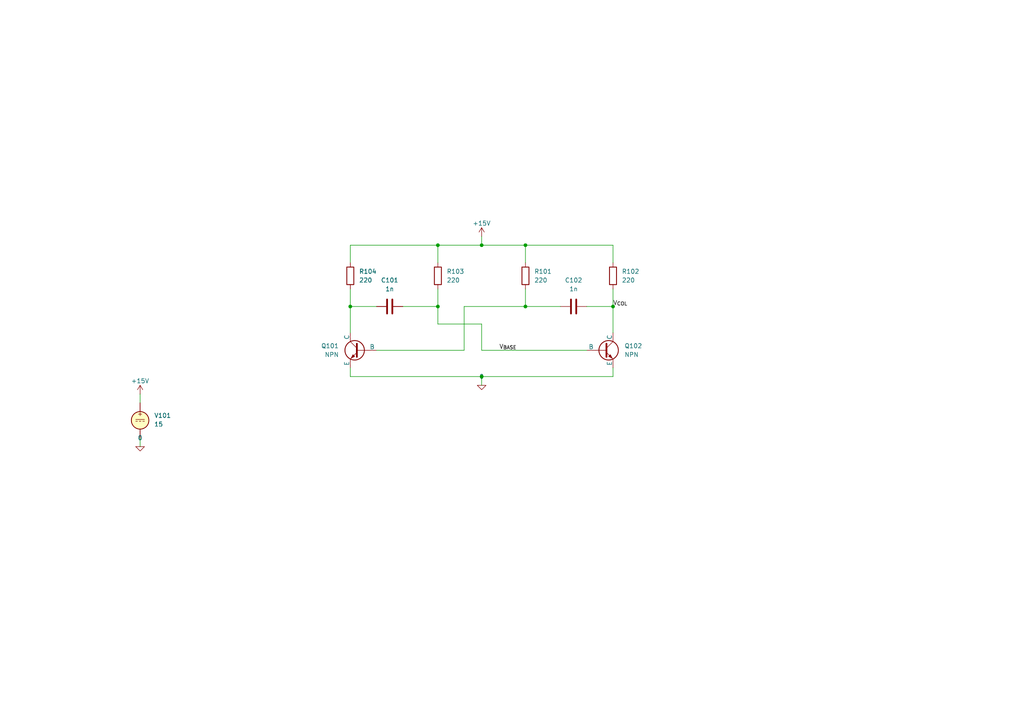
<source format=kicad_sch>
(kicad_sch (version 20231120) (generator "eeschema") (generator_version "8.0")
  (paper "A4")
  (lib_symbols
    (symbol "Device:C" (pin_numbers hide) (pin_names (offset 0.254))
      (property "Reference" "C" (at 0.635 2.54 0))
      (property "Value" "C" (at 0.635 -2.54 0))
      (symbol "C_0_1"
        (polyline (pts (xy -2.032 -0.762) (xy 2.032 -0.762)) (stroke (width 0.508)))
        (polyline (pts (xy -2.032 0.762) (xy 2.032 0.762)) (stroke (width 0.508)))
      )
      (symbol "C_1_1"
        (pin passive line (at 0 3.81 270) (length 2.794) (name "~") (number "1"))
        (pin passive line (at 0 -3.81 90) (length 2.794) (name "~") (number "2"))
      )
    )
    (symbol "Device:R" (pin_numbers hide) (pin_names (offset 0))
      (property "Reference" "R" (at 2.032 0 90))
      (property "Value" "R" (at 0 0 90))
      (symbol "R_0_1"
        (rectangle (start -1.016 -2.54) (end 1.016 2.54) (stroke (width 0.254)))
      )
      (symbol "R_1_1"
        (pin passive line (at 0 3.81 270) (length 1.27) (name "~") (number "1"))
        (pin passive line (at 0 -3.81 90) (length 1.27) (name "~") (number "2"))
      )
    )
    (symbol "Simulation_SPICE:0" (power) (pin_numbers hide) (pin_names (offset 0) hide)
      (property "Value" "0" (at 0 -2.54 0))
      (symbol "0_0_1"
        (polyline (pts (xy -1.27 0) (xy 0 -1.27) (xy 1.27 0) (xy -1.27 0)))
      )
      (symbol "0_1_1"
        (pin power_in line (at 0 0 0) (length 0) (name "~") (number "1"))
      )
    )
    (symbol "Simulation_SPICE:NPN" (pin_numbers hide) (pin_names (offset 0))
      (property "Reference" "Q" (at -2.54 7.62 0))
      (property "Value" "NPN" (at -2.54 5.08 0))
      (symbol "NPN_0_1"
        (polyline (pts (xy -2.54 0) (xy 0.635 0)) (stroke (width 0.1524)))
        (polyline (pts (xy 0.635 0.635) (xy 2.54 2.54)))
        (polyline (pts (xy 2.794 -1.27) (xy 2.794 -1.27)) (stroke (width 0.1524)))
        (polyline (pts (xy 2.794 -1.27) (xy 2.794 -1.27)) (stroke (width 0.1524)))
        (polyline (pts (xy 0.635 -0.635) (xy 2.54 -2.54) (xy 2.54 -2.54)))
        (polyline (pts (xy 0.635 1.905) (xy 0.635 -1.905) (xy 0.635 -1.905)) (stroke (width 0.508)))
        (polyline (pts (xy 1.27 -1.778) (xy 1.778 -1.27) (xy 2.286 -2.286) (xy 1.27 -1.778) (xy 1.27 -1.778)) (fill (type outline)))
        (circle (center 1.27 0) (radius 2.8194) (stroke (width 0.254)))
      )
      (symbol "NPN_1_1"
        (pin open_collector line (at 2.54 5.08 270) (length 2.54) (name "C") (number "1"))
        (pin input line (at -5.08 0 0) (length 2.54) (name "B") (number "2"))
        (pin open_emitter line (at 2.54 -5.08 90) (length 2.54) (name "E") (number "3"))
      )
    )
    (symbol "Simulation_SPICE:VDC" (pin_numbers hide) (pin_names (offset 0.0254))
      (property "Reference" "V" (at 2.54 2.54 0))
      (property "Value" "1" (at 2.54 0 0))
      (symbol "VDC_0_0"
        (polyline (pts (xy -1.27 0.254) (xy 1.27 0.254)))
        (polyline (pts (xy -0.762 -0.254) (xy -1.27 -0.254)))
        (polyline (pts (xy 0.254 -0.254) (xy -0.254 -0.254)))
        (polyline (pts (xy 1.27 -0.254) (xy 0.762 -0.254)))
        (text "+" (at 0 1.905 0) (effects (font (size 1.27 1.27))))
      )
      (symbol "VDC_0_1"
        (circle (center 0 0) (radius 2.54) (stroke (width 0.254)) (fill (type background)))
      )
      (symbol "VDC_1_1"
        (pin passive line (at 0 5.08 270) (length 2.54) (name "~") (number "1"))
        (pin passive line (at 0 -5.08 90) (length 2.54) (name "~") (number "2"))
      )
    )
    (symbol "power:+15V" (power) (pin_numbers hide) (pin_names (offset 0) hide)
      (property "Value" "+15V" (at 0 3.556 0))
      (symbol "+15V_0_1"
        (polyline (pts (xy -0.762 1.27) (xy 0 2.54)))
        (polyline (pts (xy 0 0) (xy 0 2.54)))
        (polyline (pts (xy 0 2.54) (xy 0.762 1.27)))
      )
      (symbol "+15V_1_1"
        (pin power_in line (at 0 0 90) (length 0) (name "~") (number "1"))
      )
    )
  )
  (junction (at 127 88.9))
  (junction (at 177.8 88.9))
  (junction (at 152.4 88.9))
  (junction (at 139.7 71.12))
  (junction (at 152.4 71.12))
  (junction (at 127 71.12))
  (junction (at 139.7 109.22))
  (junction (at 101.6 88.9))
  (wire (pts (xy 101.6 88.9) (xy 101.6 96.52)))
  (wire (pts (xy 101.6 106.68) (xy 101.6 109.22)))
  (wire (pts (xy 109.22 101.6) (xy 134.62 101.6)))
  (wire (pts (xy 139.7 101.6) (xy 139.7 93.98)))
  (wire (pts (xy 127 71.12) (xy 127 76.2)))
  (wire (pts (xy 177.8 88.9) (xy 170.18 88.9)))
  (wire (pts (xy 134.62 101.6) (xy 134.62 88.9)))
  (wire (pts (xy 177.8 88.9) (xy 177.8 96.52)))
  (wire (pts (xy 177.8 83.82) (xy 177.8 88.9)))
  (wire (pts (xy 40.64 127) (xy 40.64 129.54)))
  (wire (pts (xy 139.7 68.58) (xy 139.7 71.12)))
  (wire (pts (xy 177.8 109.22) (xy 177.8 106.68)))
  (wire (pts (xy 101.6 71.12) (xy 127 71.12)))
  (wire (pts (xy 152.4 83.82) (xy 152.4 88.9)))
  (wire (pts (xy 127 93.98) (xy 127 88.9)))
  (wire (pts (xy 40.64 114.3) (xy 40.64 116.84)))
  (wire (pts (xy 127 88.9) (xy 116.84 88.9)))
  (wire (pts (xy 139.7 109.22) (xy 177.8 109.22)))
  (wire (pts (xy 101.6 109.22) (xy 139.7 109.22)))
  (wire (pts (xy 152.4 71.12) (xy 152.4 76.2)))
  (wire (pts (xy 101.6 88.9) (xy 101.6 83.82)))
  (wire (pts (xy 139.7 93.98) (xy 127 93.98)))
  (wire (pts (xy 101.6 76.2) (xy 101.6 71.12)))
  (wire (pts (xy 170.18 101.6) (xy 139.7 101.6)))
  (wire (pts (xy 139.7 71.12) (xy 152.4 71.12)))
  (wire (pts (xy 134.62 88.9) (xy 152.4 88.9)))
  (wire (pts (xy 139.7 109.22) (xy 139.7 111.76)))
  (wire (pts (xy 127 71.12) (xy 139.7 71.12)))
  (wire (pts (xy 152.4 71.12) (xy 177.8 71.12)))
  (wire (pts (xy 162.56 88.9) (xy 152.4 88.9)))
  (wire (pts (xy 177.8 71.12) (xy 177.8 76.2)))
  (wire (pts (xy 109.22 88.9) (xy 101.6 88.9)))
  (wire (pts (xy 127 83.82) (xy 127 88.9)))
  (label "V_{COL}" (at 177.8 88.9 0))
  (label "V_{BASE}" (at 144.78 101.6 0))
  (symbol (lib_id "power:+15V") (at 139.7 68.58 0) (unit 1)
    (property "Reference" "#PWR0102" (effects (hide yes)))
    (property "Value" "+15V" (at 139.7 64.77 0))
    (property "Description" "Power symbol creates a global label with name \"+15V\"" (effects (hide yes)))
  )
  (symbol (lib_id "Device:R") (at 177.8 80.01 0) (unit 1)
    (property "Reference" "R102" (at 180.34 78.7399 0) (effects (justify left)))
    (property "Value" "220" (at 180.34 81.2799 0) (effects (justify left)))
    (property "Description" "Resistor" (effects (hide yes)))
  )
  (symbol (lib_id "Simulation_SPICE:VDC") (at 40.64 121.92 0) (unit 1)
    (property "Reference" "V101" (at 44.704 120.5201 0) (effects (justify left)))
    (property "Value" "15" (at 44.704 123.0602 0) (effects (font (size 1.25 1.25)) (justify left)))
    (property "Datasheet" "https://ngspice.sourceforge.io/docs/ngspice-html-manual/manual.xhtml#sec_Independent_Sources_for" (effects (hide yes)))
    (property "Description" "Voltage source, DC" (effects (hide yes)))
    (property "Sim.Pins" "1=+ 2=-" (effects (hide yes)))
    (property "Sim.Type" "DC" (effects (hide yes)))
    (property "Sim.Device" "V" (effects (hide yes)))
  )
  (symbol (lib_id "Simulation_SPICE:0") (at 139.7 111.76 0) (unit 1)
    (property "Reference" "#GND0101" (effects (hide yes)))
    (property "Value" "0" (at 139.7 109.22 0))
    (property "Datasheet" "https://ngspice.sourceforge.io/docs/ngspice-html-manual/manual.xhtml#subsec_Circuit_elements__device" (effects (hide yes)))
    (property "Description" "0V reference potential for simulation" (effects (hide yes)))
  )
  (symbol (lib_id "Device:C") (at 166.37 88.9 90) (unit 1)
    (property "Reference" "C102" (at 166.37 81.28 90))
    (property "Value" "1n" (at 166.37 83.82 90) (effects (font (size 1.25 1.25))))
    (property "Description" "Unpolarized capacitor" (effects (hide yes)))
  )
  (symbol (lib_id "Simulation_SPICE:NPN") (at 104.14 101.6 0) (mirror y) (unit 1)
    (property "Reference" "Q101" (at 98.298 100.3299 0) (effects (justify left)))
    (property "Value" "NPN" (at 98.298 102.8699 0) (effects (justify left)))
    (property "Datasheet" "https://ngspice.sourceforge.io/docs/ngspice-html-manual/manual.xhtml#cha_BJTs" (effects (hide yes)))
    (property "Description" "Bipolar transistor symbol for simulation only, substrate tied to the emitter" (effects (hide yes)))
    (property "Sim.Device" "NPN" (effects (hide yes)))
    (property "Sim.Type" "GUMMELPOON" (effects (hide yes)))
    (property "Sim.Pins" "1=C 2=B 3=E" (effects (hide yes)))
  )
  (symbol (lib_id "Device:C") (at 113.03 88.9 90) (unit 1)
    (property "Reference" "C101" (at 113.03 81.28 90))
    (property "Value" "1n" (at 113.03 83.82 90))
    (property "Description" "Unpolarized capacitor" (effects (hide yes)))
  )
  (symbol (lib_id "power:+15V") (at 40.64 114.3 0) (unit 1)
    (property "Reference" "#PWR0101" (effects (hide yes)))
    (property "Value" "+15V" (at 40.64 110.49 0))
    (property "Description" "Power symbol creates a global label with name \"+15V\"" (effects (hide yes)))
  )
  (symbol (lib_id "Device:R") (at 127 80.01 0) (unit 1)
    (property "Reference" "R103" (at 129.54 78.7399 0) (effects (justify left)))
    (property "Value" "220" (at 129.54 81.2799 0) (effects (justify left)))
    (property "Description" "Resistor" (effects (hide yes)))
  )
  (symbol (lib_id "Simulation_SPICE:0") (at 40.64 129.54 0) (unit 1)
    (property "Reference" "#GND0102" (effects (hide yes)))
    (property "Value" "0" (at 40.64 127 0))
    (property "Datasheet" "https://ngspice.sourceforge.io/docs/ngspice-html-manual/manual.xhtml#subsec_Circuit_elements__device" (effects (hide yes)))
    (property "Description" "0V reference potential for simulation" (effects (hide yes)))
  )
  (symbol (lib_id "Device:R") (at 101.6 80.01 0) (unit 1)
    (property "Reference" "R104" (at 104.14 78.7399 0) (effects (justify left)))
    (property "Value" "220" (at 104.14 81.2799 0) (effects (justify left)))
    (property "Description" "Resistor" (effects (hide yes)))
  )
  (symbol (lib_id "Simulation_SPICE:NPN") (at 175.26 101.6 0) (unit 1)
    (property "Reference" "Q102" (at 181.102 100.3299 0) (effects (justify left)))
    (property "Value" "NPN" (at 181.102 102.8699 0) (effects (justify left)))
    (property "Datasheet" "https://ngspice.sourceforge.io/docs/ngspice-html-manual/manual.xhtml#cha_BJTs" (effects (hide yes)))
    (property "Description" "Bipolar transistor symbol for simulation only, substrate tied to the emitter" (effects (hide yes)))
    (property "Sim.Device" "NPN" (effects (hide yes)))
    (property "Sim.Type" "GUMMELPOON" (effects (hide yes)))
    (property "Sim.Pins" "1=C 2=B 3=E" (effects (hide yes)))
  )
  (symbol (lib_id "Device:R") (at 152.4 80.01 0) (unit 1)
    (property "Reference" "R101" (at 154.94 78.7399 0) (effects (justify left)))
    (property "Value" "220" (at 154.94 81.2799 0) (effects (justify left)))
    (property "Description" "Resistor" (effects (hide yes)))
  )
)
</source>
